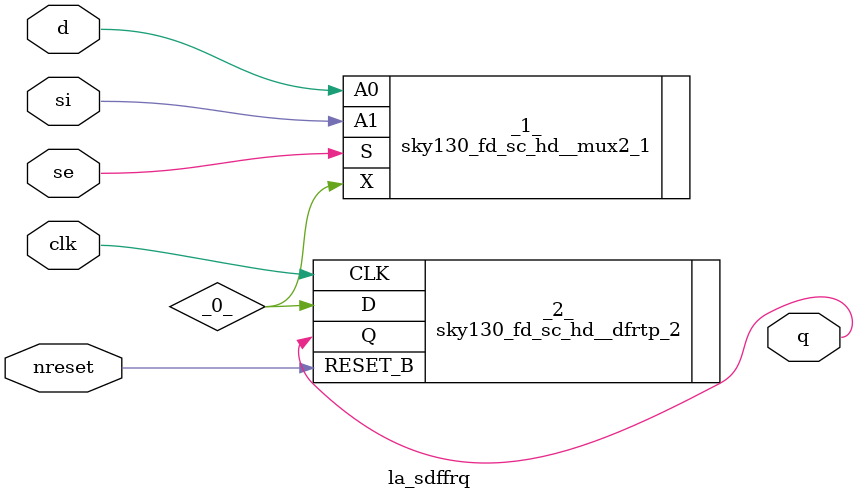
<source format=v>

module la_sdffrq(d, si, se, clk, nreset, q);
  wire _0_;
  input clk;
  input d;
  input nreset;
  output q;
  input se;
  input si;
  sky130_fd_sc_hd__mux2_1 _1_ (
    .A0(d),
    .A1(si),
    .S(se),
    .X(_0_)
  );
  sky130_fd_sc_hd__dfrtp_2 _2_ (
    .CLK(clk),
    .D(_0_),
    .Q(q),
    .RESET_B(nreset)
  );
endmodule

</source>
